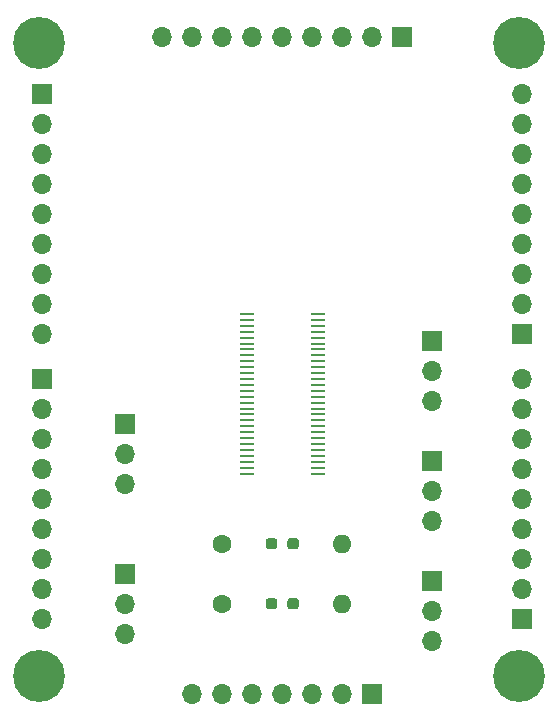
<source format=gbr>
%TF.GenerationSoftware,KiCad,Pcbnew,5.1.10*%
%TF.CreationDate,2021-09-02T21:39:33+02:00*%
%TF.ProjectId,pca9505-breakout.noqfn,70636139-3530-4352-9d62-7265616b6f75,rev?*%
%TF.SameCoordinates,Original*%
%TF.FileFunction,Soldermask,Top*%
%TF.FilePolarity,Negative*%
%FSLAX46Y46*%
G04 Gerber Fmt 4.6, Leading zero omitted, Abs format (unit mm)*
G04 Created by KiCad (PCBNEW 5.1.10) date 2021-09-02 21:39:33*
%MOMM*%
%LPD*%
G01*
G04 APERTURE LIST*
%ADD10O,1.700000X1.700000*%
%ADD11R,1.700000X1.700000*%
%ADD12C,4.400000*%
%ADD13C,0.700000*%
%ADD14R,1.200000X0.280000*%
%ADD15O,1.600000X1.600000*%
%ADD16C,1.600000*%
G04 APERTURE END LIST*
D10*
%TO.C,J5*%
X195580000Y-68580000D03*
X195580000Y-71120000D03*
X195580000Y-73660000D03*
X195580000Y-76200000D03*
X195580000Y-78740000D03*
X195580000Y-81280000D03*
X195580000Y-83820000D03*
X195580000Y-86360000D03*
D11*
X195580000Y-88900000D03*
%TD*%
D10*
%TO.C,J4*%
X195580000Y-92710000D03*
X195580000Y-95250000D03*
X195580000Y-97790000D03*
X195580000Y-100330000D03*
X195580000Y-102870000D03*
X195580000Y-105410000D03*
X195580000Y-107950000D03*
X195580000Y-110490000D03*
D11*
X195580000Y-113030000D03*
%TD*%
D10*
%TO.C,J6*%
X165100000Y-63754000D03*
X167640000Y-63754000D03*
X170180000Y-63754000D03*
X172720000Y-63754000D03*
X175260000Y-63754000D03*
X177800000Y-63754000D03*
X180340000Y-63754000D03*
X182880000Y-63754000D03*
D11*
X185420000Y-63754000D03*
%TD*%
D10*
%TO.C,J3*%
X154940000Y-113030000D03*
X154940000Y-110490000D03*
X154940000Y-107950000D03*
X154940000Y-105410000D03*
X154940000Y-102870000D03*
X154940000Y-100330000D03*
X154940000Y-97790000D03*
X154940000Y-95250000D03*
D11*
X154940000Y-92710000D03*
%TD*%
D10*
%TO.C,J2*%
X154940000Y-88900000D03*
X154940000Y-86360000D03*
X154940000Y-83820000D03*
X154940000Y-81280000D03*
X154940000Y-78740000D03*
X154940000Y-76200000D03*
X154940000Y-73660000D03*
X154940000Y-71120000D03*
D11*
X154940000Y-68580000D03*
%TD*%
D12*
%TO.C,H3*%
X195326000Y-64262000D03*
D13*
X196976000Y-64262000D03*
X196492726Y-65428726D03*
X195326000Y-65912000D03*
X194159274Y-65428726D03*
X193676000Y-64262000D03*
X194159274Y-63095274D03*
X195326000Y-62612000D03*
X196492726Y-63095274D03*
%TD*%
D12*
%TO.C,H4*%
X195326000Y-117856000D03*
D13*
X196976000Y-117856000D03*
X196492726Y-119022726D03*
X195326000Y-119506000D03*
X194159274Y-119022726D03*
X193676000Y-117856000D03*
X194159274Y-116689274D03*
X195326000Y-116206000D03*
X196492726Y-116689274D03*
%TD*%
D12*
%TO.C,H1*%
X154686000Y-64262000D03*
D13*
X156336000Y-64262000D03*
X155852726Y-65428726D03*
X154686000Y-65912000D03*
X153519274Y-65428726D03*
X153036000Y-64262000D03*
X153519274Y-63095274D03*
X154686000Y-62612000D03*
X155852726Y-63095274D03*
%TD*%
D12*
%TO.C,H2*%
X154686000Y-117856000D03*
D13*
X156336000Y-117856000D03*
X155852726Y-119022726D03*
X154686000Y-119506000D03*
X153519274Y-119022726D03*
X153036000Y-117856000D03*
X153519274Y-116689274D03*
X154686000Y-116206000D03*
X155852726Y-116689274D03*
%TD*%
D14*
%TO.C,U1*%
X172260000Y-100730000D03*
X178260000Y-100730000D03*
X172260000Y-100230000D03*
X178260000Y-100230000D03*
X172260000Y-99730000D03*
X178260000Y-99730000D03*
X172260000Y-99230000D03*
X178260000Y-99230000D03*
X172260000Y-98730000D03*
X178260000Y-98730000D03*
X172260000Y-98230000D03*
X178260000Y-98230000D03*
X172260000Y-97730000D03*
X178260000Y-97730000D03*
X172260000Y-97230000D03*
X178260000Y-97230000D03*
X172260000Y-96730000D03*
X178260000Y-96730000D03*
X172260000Y-96230000D03*
X178260000Y-96230000D03*
X172260000Y-95730000D03*
X178260000Y-95730000D03*
X172260000Y-95230000D03*
X178260000Y-95230000D03*
X172260000Y-94730000D03*
X178260000Y-94730000D03*
X172260000Y-94230000D03*
X178260000Y-94230000D03*
X172260000Y-93730000D03*
X178260000Y-93730000D03*
X172260000Y-93230000D03*
X178260000Y-93230000D03*
X172260000Y-92730000D03*
X178260000Y-92730000D03*
X172260000Y-92230000D03*
X178260000Y-92230000D03*
X172260000Y-91730000D03*
X178260000Y-91730000D03*
X172260000Y-91230000D03*
X178260000Y-91230000D03*
X172260000Y-90730000D03*
X178260000Y-90730000D03*
X172260000Y-90230000D03*
X178260000Y-90230000D03*
X172260000Y-89730000D03*
X178260000Y-89730000D03*
X172260000Y-89230000D03*
X178260000Y-89230000D03*
X172260000Y-88730000D03*
X178260000Y-88730000D03*
X172260000Y-88230000D03*
X178260000Y-88230000D03*
X172260000Y-87730000D03*
X178260000Y-87730000D03*
X172260000Y-87230000D03*
X178260000Y-87230000D03*
%TD*%
%TO.C,R2b1*%
G36*
G01*
X175685000Y-106917500D02*
X175685000Y-106442500D01*
G75*
G02*
X175922500Y-106205000I237500J0D01*
G01*
X176422500Y-106205000D01*
G75*
G02*
X176660000Y-106442500I0J-237500D01*
G01*
X176660000Y-106917500D01*
G75*
G02*
X176422500Y-107155000I-237500J0D01*
G01*
X175922500Y-107155000D01*
G75*
G02*
X175685000Y-106917500I0J237500D01*
G01*
G37*
G36*
G01*
X173860000Y-106917500D02*
X173860000Y-106442500D01*
G75*
G02*
X174097500Y-106205000I237500J0D01*
G01*
X174597500Y-106205000D01*
G75*
G02*
X174835000Y-106442500I0J-237500D01*
G01*
X174835000Y-106917500D01*
G75*
G02*
X174597500Y-107155000I-237500J0D01*
G01*
X174097500Y-107155000D01*
G75*
G02*
X173860000Y-106917500I0J237500D01*
G01*
G37*
%TD*%
D15*
%TO.C,R2 1k6*%
X180340000Y-106680000D03*
D16*
X170180000Y-106680000D03*
%TD*%
%TO.C,R1b1*%
G36*
G01*
X175685000Y-111997500D02*
X175685000Y-111522500D01*
G75*
G02*
X175922500Y-111285000I237500J0D01*
G01*
X176422500Y-111285000D01*
G75*
G02*
X176660000Y-111522500I0J-237500D01*
G01*
X176660000Y-111997500D01*
G75*
G02*
X176422500Y-112235000I-237500J0D01*
G01*
X175922500Y-112235000D01*
G75*
G02*
X175685000Y-111997500I0J237500D01*
G01*
G37*
G36*
G01*
X173860000Y-111997500D02*
X173860000Y-111522500D01*
G75*
G02*
X174097500Y-111285000I237500J0D01*
G01*
X174597500Y-111285000D01*
G75*
G02*
X174835000Y-111522500I0J-237500D01*
G01*
X174835000Y-111997500D01*
G75*
G02*
X174597500Y-112235000I-237500J0D01*
G01*
X174097500Y-112235000D01*
G75*
G02*
X173860000Y-111997500I0J237500D01*
G01*
G37*
%TD*%
D15*
%TO.C,R1 1k6*%
X180340000Y-111760000D03*
D16*
X170180000Y-111760000D03*
%TD*%
D10*
%TO.C,JP5*%
X187960000Y-114935000D03*
X187960000Y-112395000D03*
D11*
X187960000Y-109855000D03*
%TD*%
D10*
%TO.C,JP4*%
X161925000Y-114300000D03*
X161925000Y-111760000D03*
D11*
X161925000Y-109220000D03*
%TD*%
D10*
%TO.C,JP3*%
X161925000Y-101600000D03*
X161925000Y-99060000D03*
D11*
X161925000Y-96520000D03*
%TD*%
D10*
%TO.C,JP2*%
X187960000Y-94615000D03*
X187960000Y-92075000D03*
D11*
X187960000Y-89535000D03*
%TD*%
D10*
%TO.C,JP1*%
X187960000Y-104775000D03*
X187960000Y-102235000D03*
D11*
X187960000Y-99695000D03*
%TD*%
D10*
%TO.C,J1*%
X167640000Y-119380000D03*
X170180000Y-119380000D03*
X172720000Y-119380000D03*
X175260000Y-119380000D03*
X177800000Y-119380000D03*
X180340000Y-119380000D03*
D11*
X182880000Y-119380000D03*
%TD*%
M02*

</source>
